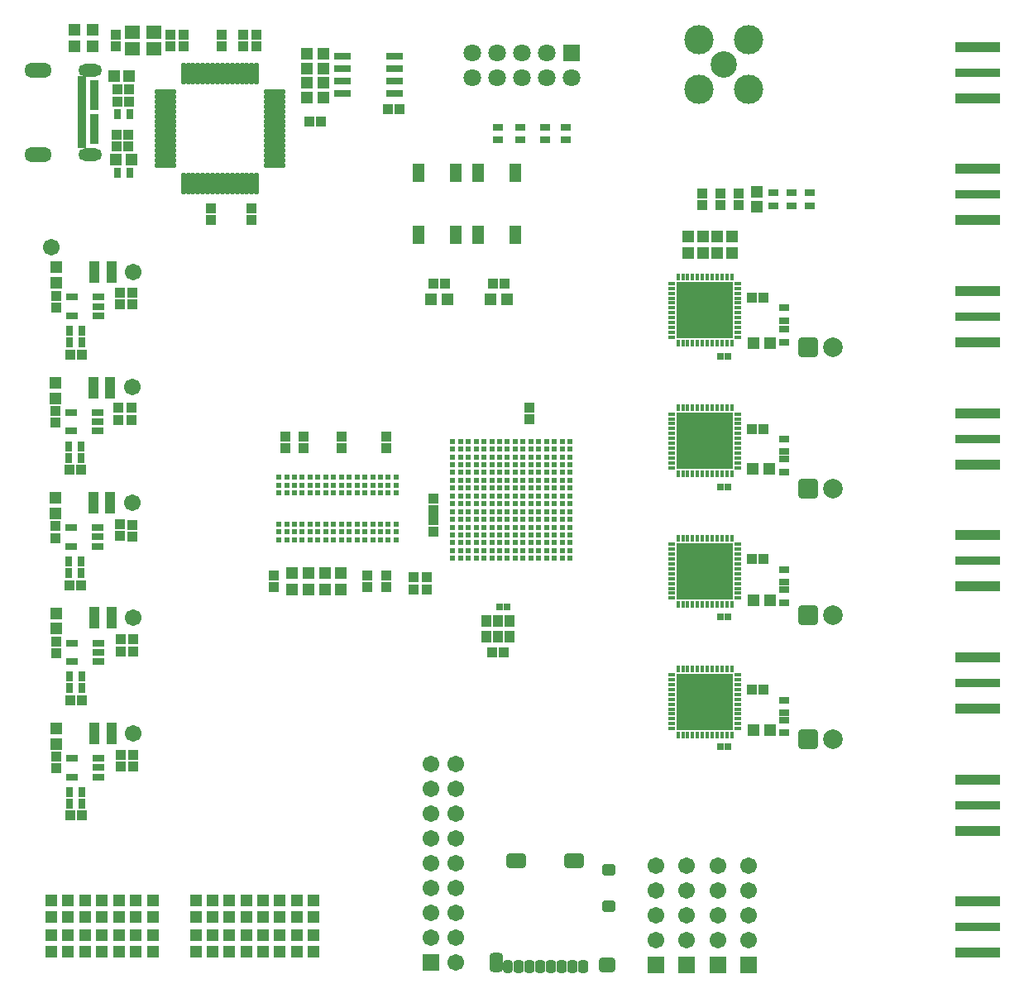
<source format=gts>
G04*
G04 #@! TF.GenerationSoftware,Altium Limited,Altium Designer,21.2.1 (34)*
G04*
G04 Layer_Color=8388736*
%FSLAX25Y25*%
%MOIN*%
G70*
G04*
G04 #@! TF.SameCoordinates,0D780EAB-B6EC-48A9-9064-61573679FFEB*
G04*
G04*
G04 #@! TF.FilePolarity,Negative*
G04*
G01*
G75*
%ADD44R,0.17953X0.03937*%
%ADD45R,0.17953X0.03347*%
%ADD51R,0.03950X0.04737*%
%ADD52R,0.04737X0.05131*%
%ADD53R,0.03556X0.01981*%
%ADD54R,0.03556X0.04737*%
%ADD55R,0.04343X0.03950*%
%ADD56R,0.03950X0.03162*%
%ADD57R,0.03950X0.04343*%
%ADD58R,0.04501X0.04816*%
%ADD59R,0.03162X0.03950*%
%ADD60O,0.01981X0.09068*%
%ADD61O,0.09068X0.01981*%
%ADD62R,0.05131X0.04737*%
%ADD63R,0.06706X0.03162*%
%ADD64R,0.06312X0.05524*%
%ADD65R,0.04737X0.07493*%
%ADD66R,0.02769X0.02572*%
%ADD67R,0.22847X0.22847*%
%ADD68R,0.03162X0.01745*%
%ADD69R,0.01745X0.03162*%
G04:AMPARAMS|DCode=70|XSize=82.8mil|YSize=61.15mil|CornerRadius=17.29mil|HoleSize=0mil|Usage=FLASHONLY|Rotation=0.000|XOffset=0mil|YOffset=0mil|HoleType=Round|Shape=RoundedRectangle|*
%AMROUNDEDRECTD70*
21,1,0.08280,0.02657,0,0,0.0*
21,1,0.04823,0.06115,0,0,0.0*
1,1,0.03458,0.02411,-0.01329*
1,1,0.03458,-0.02411,-0.01329*
1,1,0.03458,-0.02411,0.01329*
1,1,0.03458,0.02411,0.01329*
%
%ADD70ROUNDEDRECTD70*%
G04:AMPARAMS|DCode=71|XSize=41.47mil|YSize=51.31mil|CornerRadius=12.37mil|HoleSize=0mil|Usage=FLASHONLY|Rotation=0.000|XOffset=0mil|YOffset=0mil|HoleType=Round|Shape=RoundedRectangle|*
%AMROUNDEDRECTD71*
21,1,0.04147,0.02657,0,0,0.0*
21,1,0.01673,0.05131,0,0,0.0*
1,1,0.02473,0.00837,-0.01329*
1,1,0.02473,-0.00837,-0.01329*
1,1,0.02473,-0.00837,0.01329*
1,1,0.02473,0.00837,0.01329*
%
%ADD71ROUNDEDRECTD71*%
G04:AMPARAMS|DCode=72|XSize=37.53mil|YSize=51.31mil|CornerRadius=11.38mil|HoleSize=0mil|Usage=FLASHONLY|Rotation=0.000|XOffset=0mil|YOffset=0mil|HoleType=Round|Shape=RoundedRectangle|*
%AMROUNDEDRECTD72*
21,1,0.03753,0.02854,0,0,0.0*
21,1,0.01476,0.05131,0,0,0.0*
1,1,0.02276,0.00738,-0.01427*
1,1,0.02276,-0.00738,-0.01427*
1,1,0.02276,-0.00738,0.01427*
1,1,0.02276,0.00738,0.01427*
%
%ADD72ROUNDEDRECTD72*%
G04:AMPARAMS|DCode=73|XSize=69.02mil|YSize=61.15mil|CornerRadius=17.29mil|HoleSize=0mil|Usage=FLASHONLY|Rotation=0.000|XOffset=0mil|YOffset=0mil|HoleType=Round|Shape=RoundedRectangle|*
%AMROUNDEDRECTD73*
21,1,0.06902,0.02657,0,0,0.0*
21,1,0.03445,0.06115,0,0,0.0*
1,1,0.03458,0.01722,-0.01329*
1,1,0.03458,-0.01722,-0.01329*
1,1,0.03458,-0.01722,0.01329*
1,1,0.03458,0.01722,0.01329*
%
%ADD73ROUNDEDRECTD73*%
G04:AMPARAMS|DCode=74|XSize=54.06mil|YSize=78.87mil|CornerRadius=15.52mil|HoleSize=0mil|Usage=FLASHONLY|Rotation=0.000|XOffset=0mil|YOffset=0mil|HoleType=Round|Shape=RoundedRectangle|*
%AMROUNDEDRECTD74*
21,1,0.05406,0.04783,0,0,0.0*
21,1,0.02303,0.07887,0,0,0.0*
1,1,0.03103,0.01152,-0.02392*
1,1,0.03103,-0.01152,-0.02392*
1,1,0.03103,-0.01152,0.02392*
1,1,0.03103,0.01152,0.02392*
%
%ADD74ROUNDEDRECTD74*%
G04:AMPARAMS|DCode=75|XSize=55.24mil|YSize=47.37mil|CornerRadius=13.84mil|HoleSize=0mil|Usage=FLASHONLY|Rotation=0.000|XOffset=0mil|YOffset=0mil|HoleType=Round|Shape=RoundedRectangle|*
%AMROUNDEDRECTD75*
21,1,0.05524,0.01968,0,0,0.0*
21,1,0.02756,0.04737,0,0,0.0*
1,1,0.02769,0.01378,-0.00984*
1,1,0.02769,-0.01378,-0.00984*
1,1,0.02769,-0.01378,0.00984*
1,1,0.02769,0.01378,0.00984*
%
%ADD75ROUNDEDRECTD75*%
%ADD76R,0.04816X0.04501*%
%ADD77R,0.04528X0.02953*%
%ADD78R,0.04343X0.09068*%
%ADD79C,0.02414*%
%ADD80C,0.02375*%
%ADD81O,0.09461X0.05131*%
%ADD82O,0.11036X0.05918*%
%ADD83C,0.06706*%
%ADD84R,0.06706X0.06706*%
%ADD85C,0.11824*%
%ADD86C,0.10642*%
G04:AMPARAMS|DCode=87|XSize=78.87mil|YSize=78.87mil|CornerRadius=12.86mil|HoleSize=0mil|Usage=FLASHONLY|Rotation=0.000|XOffset=0mil|YOffset=0mil|HoleType=Round|Shape=RoundedRectangle|*
%AMROUNDEDRECTD87*
21,1,0.07887,0.05315,0,0,0.0*
21,1,0.05315,0.07887,0,0,0.0*
1,1,0.02572,0.02657,-0.02657*
1,1,0.02572,-0.02657,-0.02657*
1,1,0.02572,-0.02657,0.02657*
1,1,0.02572,0.02657,0.02657*
%
%ADD87ROUNDEDRECTD87*%
%ADD88C,0.07887*%
%ADD89C,0.07099*%
%ADD90R,0.07099X0.07099*%
%ADD91C,0.02769*%
D44*
X384724Y309567D02*
D03*
Y330197D02*
D03*
Y358780D02*
D03*
Y379410D02*
D03*
Y211142D02*
D03*
Y231772D02*
D03*
Y260354D02*
D03*
Y280984D02*
D03*
Y112716D02*
D03*
Y133346D02*
D03*
Y161929D02*
D03*
Y182559D02*
D03*
Y14291D02*
D03*
Y34921D02*
D03*
Y63504D02*
D03*
Y84134D02*
D03*
D45*
Y319882D02*
D03*
Y369094D02*
D03*
Y221457D02*
D03*
Y270669D02*
D03*
Y123031D02*
D03*
Y172244D02*
D03*
Y24606D02*
D03*
Y73819D02*
D03*
D51*
X196063Y141732D02*
D03*
Y148031D02*
D03*
X186614D02*
D03*
Y141732D02*
D03*
X191339Y148031D02*
D03*
Y141732D02*
D03*
D52*
X20866Y379724D02*
D03*
Y386417D02*
D03*
X27953Y379724D02*
D03*
Y386417D02*
D03*
X11300Y28554D02*
D03*
Y35246D02*
D03*
X18133Y28554D02*
D03*
Y35246D02*
D03*
X24967Y28554D02*
D03*
Y35246D02*
D03*
X31800Y28554D02*
D03*
Y35246D02*
D03*
X38633Y28554D02*
D03*
Y35246D02*
D03*
X45467Y28554D02*
D03*
Y35246D02*
D03*
X52300Y28554D02*
D03*
Y35246D02*
D03*
X69661Y28701D02*
D03*
Y35394D02*
D03*
X76447Y28701D02*
D03*
Y35394D02*
D03*
X83233Y28701D02*
D03*
Y35394D02*
D03*
X90018Y28701D02*
D03*
Y35394D02*
D03*
X96804Y28701D02*
D03*
Y35394D02*
D03*
X103590Y28701D02*
D03*
Y35394D02*
D03*
X110376Y28701D02*
D03*
Y35394D02*
D03*
X117161Y28701D02*
D03*
Y35394D02*
D03*
X115085Y167347D02*
D03*
Y160653D02*
D03*
X128209Y160653D02*
D03*
Y167347D02*
D03*
X121647Y160653D02*
D03*
Y167347D02*
D03*
X108524Y167347D02*
D03*
Y160653D02*
D03*
X52300Y21246D02*
D03*
Y14554D02*
D03*
X45467Y21246D02*
D03*
Y14554D02*
D03*
X38633Y21246D02*
D03*
Y14554D02*
D03*
X31800Y21246D02*
D03*
Y14554D02*
D03*
X24967Y21246D02*
D03*
Y14554D02*
D03*
X18133Y21246D02*
D03*
Y14554D02*
D03*
X11300Y21246D02*
D03*
Y14554D02*
D03*
X117161Y21240D02*
D03*
Y14547D02*
D03*
X110376Y21240D02*
D03*
Y14547D02*
D03*
X103590Y21240D02*
D03*
Y14547D02*
D03*
X96804Y21240D02*
D03*
Y14547D02*
D03*
X90018Y21240D02*
D03*
Y14547D02*
D03*
X83233Y21240D02*
D03*
Y14547D02*
D03*
X76447Y21240D02*
D03*
Y14547D02*
D03*
X69661Y21240D02*
D03*
Y14547D02*
D03*
X274016Y296260D02*
D03*
Y302953D02*
D03*
X279921Y296260D02*
D03*
Y302953D02*
D03*
X285827Y296260D02*
D03*
Y302953D02*
D03*
X268100Y302946D02*
D03*
Y296253D02*
D03*
D53*
X28842Y364961D02*
D03*
Y362992D02*
D03*
Y361024D02*
D03*
Y359055D02*
D03*
Y357087D02*
D03*
Y355118D02*
D03*
Y351181D02*
D03*
Y349213D02*
D03*
Y347244D02*
D03*
Y345276D02*
D03*
Y343307D02*
D03*
Y341339D02*
D03*
X23724Y344291D02*
D03*
Y346260D02*
D03*
Y348228D02*
D03*
Y350197D02*
D03*
Y352165D02*
D03*
Y354134D02*
D03*
Y356102D02*
D03*
Y358071D02*
D03*
Y360039D02*
D03*
Y362008D02*
D03*
D54*
Y340945D02*
D03*
Y365354D02*
D03*
D55*
X288332Y315638D02*
D03*
Y320362D02*
D03*
X281116Y315638D02*
D03*
Y320362D02*
D03*
X273900Y315638D02*
D03*
Y320362D02*
D03*
X75700Y314462D02*
D03*
Y309738D02*
D03*
X92216Y314462D02*
D03*
Y309738D02*
D03*
X204200Y234062D02*
D03*
Y229338D02*
D03*
X162700Y165562D02*
D03*
Y160838D02*
D03*
X157500Y165562D02*
D03*
Y160838D02*
D03*
X165378Y188662D02*
D03*
Y183938D02*
D03*
Y192538D02*
D03*
Y197262D02*
D03*
X64657Y379638D02*
D03*
Y384362D02*
D03*
X94185Y379638D02*
D03*
Y384362D02*
D03*
X37306Y379574D02*
D03*
Y384298D02*
D03*
X59300Y384298D02*
D03*
Y379574D02*
D03*
X146457Y166362D02*
D03*
Y161638D02*
D03*
X138714Y166362D02*
D03*
Y161638D02*
D03*
X101000Y166362D02*
D03*
Y161638D02*
D03*
X146457Y217638D02*
D03*
Y222362D02*
D03*
X112992Y217638D02*
D03*
Y222362D02*
D03*
X105905Y217638D02*
D03*
Y222362D02*
D03*
X128600Y217638D02*
D03*
Y222362D02*
D03*
X88700Y384362D02*
D03*
Y379638D02*
D03*
X80000Y384362D02*
D03*
Y379638D02*
D03*
X44177Y182109D02*
D03*
Y186833D02*
D03*
X38986Y182175D02*
D03*
Y186899D02*
D03*
X12992Y181496D02*
D03*
Y186221D02*
D03*
X44475Y89284D02*
D03*
Y94008D02*
D03*
X44488Y135827D02*
D03*
Y140551D02*
D03*
X43701Y229134D02*
D03*
Y233858D02*
D03*
X44094Y275591D02*
D03*
Y280315D02*
D03*
X13386Y279134D02*
D03*
Y274410D02*
D03*
X38976Y275591D02*
D03*
Y280315D02*
D03*
X38554Y229130D02*
D03*
Y233855D02*
D03*
X12992Y227953D02*
D03*
Y232677D02*
D03*
X39370Y135827D02*
D03*
Y140551D02*
D03*
X13386Y135039D02*
D03*
Y139764D02*
D03*
X39370Y89265D02*
D03*
Y93990D02*
D03*
X13315Y88619D02*
D03*
Y93344D02*
D03*
D56*
X306693Y208141D02*
D03*
Y213259D02*
D03*
Y216241D02*
D03*
Y221359D02*
D03*
X302568Y320559D02*
D03*
Y315441D02*
D03*
X309784D02*
D03*
Y320559D02*
D03*
X317000D02*
D03*
Y315441D02*
D03*
X210611Y347159D02*
D03*
Y342041D02*
D03*
X306693Y260433D02*
D03*
Y265551D02*
D03*
Y269094D02*
D03*
Y274213D02*
D03*
X200567Y342041D02*
D03*
Y347159D02*
D03*
X191500Y342041D02*
D03*
Y347159D02*
D03*
X218700Y342041D02*
D03*
Y347159D02*
D03*
X306693Y107959D02*
D03*
Y102841D02*
D03*
Y116059D02*
D03*
Y110941D02*
D03*
Y160559D02*
D03*
Y155441D02*
D03*
Y168659D02*
D03*
Y163541D02*
D03*
D57*
X188976Y135433D02*
D03*
X193701D02*
D03*
X115292Y349500D02*
D03*
X120017D02*
D03*
X42520Y344094D02*
D03*
X37795D02*
D03*
X42520Y339370D02*
D03*
X37795D02*
D03*
X147038Y354400D02*
D03*
X151762D02*
D03*
X38189Y357480D02*
D03*
X42913D02*
D03*
X38189Y362205D02*
D03*
X42913D02*
D03*
X189370Y283858D02*
D03*
X194095D02*
D03*
X165354D02*
D03*
X170079D02*
D03*
X293838Y120300D02*
D03*
X298562D02*
D03*
X293838Y173100D02*
D03*
X298562D02*
D03*
X293838Y225400D02*
D03*
X298562D02*
D03*
X293838Y278200D02*
D03*
X298562D02*
D03*
X18763Y162282D02*
D03*
X23487D02*
D03*
X19063Y255318D02*
D03*
X23787D02*
D03*
X18701Y208864D02*
D03*
X23426D02*
D03*
X19079Y115958D02*
D03*
X23803D02*
D03*
X19078Y69519D02*
D03*
X23802D02*
D03*
D58*
X37441Y333858D02*
D03*
X43661D02*
D03*
X42874Y367717D02*
D03*
X36654D02*
D03*
D59*
X43110Y328740D02*
D03*
X37992D02*
D03*
X37992Y352362D02*
D03*
X43110D02*
D03*
X23425Y167323D02*
D03*
X18307D02*
D03*
X18307Y172047D02*
D03*
X23425D02*
D03*
X23425Y213779D02*
D03*
X18307D02*
D03*
X23819Y264961D02*
D03*
X18701D02*
D03*
X23819Y260236D02*
D03*
X18701D02*
D03*
X18307Y218504D02*
D03*
X23425D02*
D03*
X23819Y120866D02*
D03*
X18701D02*
D03*
X18701Y125591D02*
D03*
X23819D02*
D03*
X23819Y74410D02*
D03*
X18701D02*
D03*
X18701Y79134D02*
D03*
X23819D02*
D03*
D60*
X64657Y368595D02*
D03*
X66626D02*
D03*
X68594D02*
D03*
X70563D02*
D03*
X72531D02*
D03*
X74500D02*
D03*
X76468D02*
D03*
X78437D02*
D03*
X80405D02*
D03*
X82374D02*
D03*
X84342D02*
D03*
X86311D02*
D03*
X88279D02*
D03*
X90248D02*
D03*
X92216D02*
D03*
X94185D02*
D03*
Y324500D02*
D03*
X92216D02*
D03*
X90248D02*
D03*
X88279D02*
D03*
X86311D02*
D03*
X84342D02*
D03*
X82374D02*
D03*
X80405D02*
D03*
X78437D02*
D03*
X76468D02*
D03*
X74500D02*
D03*
X72531D02*
D03*
X70563D02*
D03*
X68594D02*
D03*
X66626D02*
D03*
X64657D02*
D03*
D61*
X101469Y361311D02*
D03*
Y359343D02*
D03*
Y357374D02*
D03*
Y355405D02*
D03*
Y353437D02*
D03*
Y351468D02*
D03*
Y349500D02*
D03*
Y347532D02*
D03*
Y345563D02*
D03*
Y343595D02*
D03*
Y341626D02*
D03*
Y339657D02*
D03*
Y337689D02*
D03*
Y335720D02*
D03*
Y333752D02*
D03*
Y331784D02*
D03*
X57374D02*
D03*
Y333752D02*
D03*
Y335720D02*
D03*
Y337689D02*
D03*
Y339657D02*
D03*
Y341626D02*
D03*
Y343595D02*
D03*
Y345563D02*
D03*
Y347532D02*
D03*
Y349500D02*
D03*
Y351468D02*
D03*
Y353437D02*
D03*
Y355405D02*
D03*
Y357374D02*
D03*
Y359343D02*
D03*
Y361311D02*
D03*
D62*
X114308Y358953D02*
D03*
X121001D02*
D03*
X114308Y370765D02*
D03*
X121001D02*
D03*
X114308Y364859D02*
D03*
X121001D02*
D03*
X114308Y376670D02*
D03*
X121001D02*
D03*
X171063Y277559D02*
D03*
X164370D02*
D03*
X188386D02*
D03*
X195079D02*
D03*
X294454Y103900D02*
D03*
X301147D02*
D03*
X294354Y156400D02*
D03*
X301046D02*
D03*
X294153Y209300D02*
D03*
X300847D02*
D03*
X294291Y259842D02*
D03*
X300984D02*
D03*
D63*
X128678Y375509D02*
D03*
Y370509D02*
D03*
Y365509D02*
D03*
Y360509D02*
D03*
X149938Y375509D02*
D03*
Y370509D02*
D03*
Y365509D02*
D03*
Y360509D02*
D03*
D64*
X52731Y378554D02*
D03*
X44069D02*
D03*
Y385246D02*
D03*
X52731D02*
D03*
D65*
X183465Y328543D02*
D03*
X198425D02*
D03*
Y303740D02*
D03*
X183465D02*
D03*
X159449Y328543D02*
D03*
X174409D02*
D03*
Y303740D02*
D03*
X159449D02*
D03*
D66*
X284147Y97358D02*
D03*
X281195D02*
D03*
X284139Y149629D02*
D03*
X281186D02*
D03*
X284176Y201900D02*
D03*
X281224D02*
D03*
X284055Y254724D02*
D03*
X281102D02*
D03*
X195177Y153543D02*
D03*
X192224D02*
D03*
D67*
X274803Y273228D02*
D03*
Y115436D02*
D03*
Y168034D02*
D03*
Y220631D02*
D03*
D68*
X261417Y262402D02*
D03*
Y264370D02*
D03*
Y266339D02*
D03*
Y268307D02*
D03*
Y270276D02*
D03*
Y272244D02*
D03*
Y274213D02*
D03*
Y276181D02*
D03*
Y278150D02*
D03*
Y280118D02*
D03*
Y282087D02*
D03*
Y284055D02*
D03*
X288189D02*
D03*
Y282087D02*
D03*
Y280118D02*
D03*
Y278150D02*
D03*
Y276181D02*
D03*
Y274213D02*
D03*
Y272244D02*
D03*
Y270276D02*
D03*
Y268307D02*
D03*
Y266339D02*
D03*
Y264370D02*
D03*
Y262402D02*
D03*
Y104609D02*
D03*
Y106578D02*
D03*
Y108546D02*
D03*
Y110515D02*
D03*
Y112483D02*
D03*
Y114452D02*
D03*
Y116420D02*
D03*
Y118389D02*
D03*
Y120358D02*
D03*
Y122326D02*
D03*
Y124294D02*
D03*
Y126263D02*
D03*
X261417D02*
D03*
Y124294D02*
D03*
Y122326D02*
D03*
Y120358D02*
D03*
Y118389D02*
D03*
Y116420D02*
D03*
Y114452D02*
D03*
Y112483D02*
D03*
Y110515D02*
D03*
Y108546D02*
D03*
Y106578D02*
D03*
Y104609D02*
D03*
X288189Y157207D02*
D03*
Y159175D02*
D03*
Y161144D02*
D03*
Y163112D02*
D03*
Y165081D02*
D03*
Y167049D02*
D03*
Y169018D02*
D03*
Y170986D02*
D03*
Y172955D02*
D03*
Y174923D02*
D03*
Y176892D02*
D03*
Y178860D02*
D03*
X261417D02*
D03*
Y176892D02*
D03*
Y174923D02*
D03*
Y172955D02*
D03*
Y170986D02*
D03*
Y169018D02*
D03*
Y167049D02*
D03*
Y165081D02*
D03*
Y163112D02*
D03*
Y161144D02*
D03*
Y159175D02*
D03*
Y157207D02*
D03*
X288189Y209804D02*
D03*
Y211773D02*
D03*
Y213741D02*
D03*
Y215710D02*
D03*
Y217678D02*
D03*
Y219647D02*
D03*
Y221615D02*
D03*
Y223584D02*
D03*
Y225552D02*
D03*
Y227521D02*
D03*
Y229489D02*
D03*
Y231458D02*
D03*
X261417D02*
D03*
Y229489D02*
D03*
Y227521D02*
D03*
Y225552D02*
D03*
Y223584D02*
D03*
Y221615D02*
D03*
Y219647D02*
D03*
Y217678D02*
D03*
Y215710D02*
D03*
Y213741D02*
D03*
Y211773D02*
D03*
Y209804D02*
D03*
D69*
X263976Y286614D02*
D03*
X265945D02*
D03*
X267913D02*
D03*
X269882D02*
D03*
X271850D02*
D03*
X273819D02*
D03*
X275787D02*
D03*
X277756D02*
D03*
X279724D02*
D03*
X281693D02*
D03*
X283661D02*
D03*
X285630D02*
D03*
Y259842D02*
D03*
X283661D02*
D03*
X281693D02*
D03*
X279724D02*
D03*
X277756D02*
D03*
X275787D02*
D03*
X273819D02*
D03*
X271850D02*
D03*
X269882D02*
D03*
X267913D02*
D03*
X265945D02*
D03*
X263976D02*
D03*
Y102050D02*
D03*
X265945D02*
D03*
X267913D02*
D03*
X269882D02*
D03*
X271850D02*
D03*
X273819D02*
D03*
X275787D02*
D03*
X277756D02*
D03*
X279724D02*
D03*
X281693D02*
D03*
X283661D02*
D03*
X285630D02*
D03*
Y128822D02*
D03*
X283661D02*
D03*
X281693D02*
D03*
X279724D02*
D03*
X277756D02*
D03*
X275787D02*
D03*
X273819D02*
D03*
X271850D02*
D03*
X269882D02*
D03*
X267913D02*
D03*
X265945D02*
D03*
X263976D02*
D03*
Y154648D02*
D03*
X265945D02*
D03*
X267913D02*
D03*
X269882D02*
D03*
X271850D02*
D03*
X273819D02*
D03*
X275787D02*
D03*
X277756D02*
D03*
X279724D02*
D03*
X281693D02*
D03*
X283661D02*
D03*
X285630D02*
D03*
Y181419D02*
D03*
X283661D02*
D03*
X281693D02*
D03*
X279724D02*
D03*
X277756D02*
D03*
X275787D02*
D03*
X273819D02*
D03*
X271850D02*
D03*
X269882D02*
D03*
X267913D02*
D03*
X265945D02*
D03*
X263976D02*
D03*
Y207245D02*
D03*
X265945D02*
D03*
X267913D02*
D03*
X269882D02*
D03*
X271850D02*
D03*
X273819D02*
D03*
X275787D02*
D03*
X277756D02*
D03*
X279724D02*
D03*
X281693D02*
D03*
X283661D02*
D03*
X285630D02*
D03*
Y234017D02*
D03*
X283661D02*
D03*
X281693D02*
D03*
X279724D02*
D03*
X277756D02*
D03*
X275787D02*
D03*
X273819D02*
D03*
X271850D02*
D03*
X269882D02*
D03*
X267913D02*
D03*
X265945D02*
D03*
X263976D02*
D03*
D70*
X222256Y51418D02*
D03*
X198752D02*
D03*
D71*
X225661Y8800D02*
D03*
X221331D02*
D03*
X217000D02*
D03*
X212669D02*
D03*
X208339D02*
D03*
X204008D02*
D03*
X199677D02*
D03*
D72*
X195543D02*
D03*
D73*
X235347Y9292D02*
D03*
D74*
X190779Y10178D02*
D03*
D75*
X236035Y33013D02*
D03*
Y47580D02*
D03*
D76*
X295785Y314890D02*
D03*
Y321110D02*
D03*
X13386Y290512D02*
D03*
X12992Y191378D02*
D03*
Y197598D02*
D03*
X13386Y284291D02*
D03*
X12992Y237835D02*
D03*
Y244055D02*
D03*
X13386Y144921D02*
D03*
Y151142D02*
D03*
Y98465D02*
D03*
Y104685D02*
D03*
D77*
X19390Y178150D02*
D03*
Y185630D02*
D03*
X30217D02*
D03*
Y181890D02*
D03*
Y178150D02*
D03*
X30610Y271063D02*
D03*
Y274803D02*
D03*
Y278543D02*
D03*
X19783D02*
D03*
Y271063D02*
D03*
X19390Y224606D02*
D03*
Y232087D02*
D03*
X30217D02*
D03*
Y228346D02*
D03*
Y224606D02*
D03*
X19783Y131693D02*
D03*
Y139173D02*
D03*
X30610D02*
D03*
Y135433D02*
D03*
Y131693D02*
D03*
X19783Y85131D02*
D03*
Y92612D02*
D03*
X30610D02*
D03*
Y88872D02*
D03*
Y85131D02*
D03*
D78*
X35236Y195669D02*
D03*
X28543D02*
D03*
X28937Y102756D02*
D03*
X35630D02*
D03*
X28937Y288583D02*
D03*
X35630D02*
D03*
X35236Y242126D02*
D03*
X28543D02*
D03*
X35630Y149213D02*
D03*
X28937D02*
D03*
D79*
X103150Y180709D02*
D03*
X106299D02*
D03*
X109449D02*
D03*
X112598D02*
D03*
X115748D02*
D03*
X118898D02*
D03*
X122047D02*
D03*
X125197D02*
D03*
X128347D02*
D03*
X131496D02*
D03*
X134646D02*
D03*
X137795D02*
D03*
X140945D02*
D03*
X144095D02*
D03*
X147244D02*
D03*
X150394D02*
D03*
X103150Y183858D02*
D03*
X106299D02*
D03*
X109449D02*
D03*
X112598D02*
D03*
X115748D02*
D03*
X118898D02*
D03*
X122047D02*
D03*
X125197D02*
D03*
X128347D02*
D03*
X131496D02*
D03*
X134646D02*
D03*
X137795D02*
D03*
X140945D02*
D03*
X144095D02*
D03*
X147244D02*
D03*
X150394D02*
D03*
X103150Y187008D02*
D03*
X106299D02*
D03*
X109449D02*
D03*
X112598D02*
D03*
X115748D02*
D03*
X118898D02*
D03*
X122047D02*
D03*
X125197D02*
D03*
X128347D02*
D03*
X131496D02*
D03*
X134646D02*
D03*
X137795D02*
D03*
X140945D02*
D03*
X144095D02*
D03*
X147244D02*
D03*
X150394D02*
D03*
X103150Y199606D02*
D03*
X106299D02*
D03*
X109449D02*
D03*
X112598D02*
D03*
X115748D02*
D03*
X118898D02*
D03*
X122047D02*
D03*
X125197D02*
D03*
X128347D02*
D03*
X131496D02*
D03*
X134646D02*
D03*
X137795D02*
D03*
X140945D02*
D03*
X144095D02*
D03*
X147244D02*
D03*
X150394D02*
D03*
X103150Y202756D02*
D03*
X106299D02*
D03*
X109449D02*
D03*
X112598D02*
D03*
X115748D02*
D03*
X118898D02*
D03*
X122047D02*
D03*
X125197D02*
D03*
X128347D02*
D03*
X131496D02*
D03*
X134646D02*
D03*
X137795D02*
D03*
X140945D02*
D03*
X144095D02*
D03*
X147244D02*
D03*
X150394D02*
D03*
X103150Y205906D02*
D03*
X106299D02*
D03*
X109449D02*
D03*
X112598D02*
D03*
X115748D02*
D03*
X118898D02*
D03*
X122047D02*
D03*
X125197D02*
D03*
X128347D02*
D03*
X131496D02*
D03*
X134646D02*
D03*
X137795D02*
D03*
X140945D02*
D03*
X144095D02*
D03*
X147244D02*
D03*
X150394D02*
D03*
D80*
X173228Y220472D02*
D03*
X176378D02*
D03*
X179527D02*
D03*
X182677D02*
D03*
X185827D02*
D03*
X188976D02*
D03*
X192126D02*
D03*
X195276D02*
D03*
X198425D02*
D03*
X201575D02*
D03*
X204724D02*
D03*
X207874D02*
D03*
X211024D02*
D03*
X214173D02*
D03*
X217323D02*
D03*
X220472D02*
D03*
X173228Y217323D02*
D03*
X176378D02*
D03*
X179527D02*
D03*
X182677D02*
D03*
X185827D02*
D03*
X188976D02*
D03*
X192126D02*
D03*
X195276D02*
D03*
X198425D02*
D03*
X201575D02*
D03*
X204724D02*
D03*
X207874D02*
D03*
X211024D02*
D03*
X214173D02*
D03*
X217323D02*
D03*
X220472D02*
D03*
X173228Y214173D02*
D03*
X176378D02*
D03*
X179527D02*
D03*
X182677D02*
D03*
X185827D02*
D03*
X188976D02*
D03*
X192126D02*
D03*
X195276D02*
D03*
X198425D02*
D03*
X201575D02*
D03*
X204724D02*
D03*
X207874D02*
D03*
X211024D02*
D03*
X214173D02*
D03*
X217323D02*
D03*
X220472D02*
D03*
X173228Y211024D02*
D03*
X176378D02*
D03*
X179527D02*
D03*
X182677D02*
D03*
X185827D02*
D03*
X188976D02*
D03*
X192126D02*
D03*
X195276D02*
D03*
X198425D02*
D03*
X201575D02*
D03*
X204724D02*
D03*
X207874D02*
D03*
X211024D02*
D03*
X214173D02*
D03*
X217323D02*
D03*
X220472D02*
D03*
X173228Y207874D02*
D03*
X176378Y207874D02*
D03*
X179527Y207874D02*
D03*
X182677D02*
D03*
X185827D02*
D03*
X188976D02*
D03*
X192126D02*
D03*
X195276D02*
D03*
X198425D02*
D03*
X201575D02*
D03*
X204724D02*
D03*
X207874D02*
D03*
X211024D02*
D03*
X214173Y207874D02*
D03*
X217323D02*
D03*
X220472Y207874D02*
D03*
X173228Y204724D02*
D03*
X176378D02*
D03*
X179527D02*
D03*
X182677D02*
D03*
X185827D02*
D03*
X188976D02*
D03*
X192126D02*
D03*
X195276D02*
D03*
X198425D02*
D03*
X201575D02*
D03*
X204724D02*
D03*
X207874D02*
D03*
X211024D02*
D03*
X214173Y204724D02*
D03*
X217323Y204724D02*
D03*
X220472D02*
D03*
X173228Y201575D02*
D03*
X176378D02*
D03*
X179527D02*
D03*
X182677D02*
D03*
X185827D02*
D03*
X188976D02*
D03*
X192126D02*
D03*
X195276D02*
D03*
X198425D02*
D03*
X201575D02*
D03*
X204724D02*
D03*
X207874D02*
D03*
X211024D02*
D03*
X214173D02*
D03*
X217323D02*
D03*
X220472D02*
D03*
X173228Y198425D02*
D03*
X176378D02*
D03*
X179527D02*
D03*
X182677D02*
D03*
X185827D02*
D03*
X188976D02*
D03*
X192126D02*
D03*
X195276D02*
D03*
X198425D02*
D03*
X201575D02*
D03*
X204724D02*
D03*
X207874D02*
D03*
X211024D02*
D03*
X214173D02*
D03*
X217323D02*
D03*
X220472D02*
D03*
X173228Y195276D02*
D03*
X176378D02*
D03*
X179527D02*
D03*
X182677D02*
D03*
X185827D02*
D03*
X188976D02*
D03*
X192126D02*
D03*
X195276D02*
D03*
X198425D02*
D03*
X201575D02*
D03*
X204724D02*
D03*
X207874D02*
D03*
X211024D02*
D03*
X214173D02*
D03*
X217323D02*
D03*
X220472D02*
D03*
X173228Y192126D02*
D03*
X176378D02*
D03*
X179527D02*
D03*
X182677D02*
D03*
X185827D02*
D03*
X188976D02*
D03*
X192126D02*
D03*
X195276D02*
D03*
X198425D02*
D03*
X201575D02*
D03*
X204724D02*
D03*
X207874D02*
D03*
X211024D02*
D03*
X214173D02*
D03*
X217323D02*
D03*
X220472D02*
D03*
X173228Y188976D02*
D03*
X176378D02*
D03*
X179527D02*
D03*
X182677D02*
D03*
X185827D02*
D03*
X188976D02*
D03*
X192126D02*
D03*
X195276D02*
D03*
X198425D02*
D03*
X201575D02*
D03*
X204724D02*
D03*
X207874D02*
D03*
X211024D02*
D03*
X214173D02*
D03*
X217323D02*
D03*
X220472D02*
D03*
X173228Y185827D02*
D03*
X176378Y185827D02*
D03*
X179527Y185827D02*
D03*
X182677D02*
D03*
X185827D02*
D03*
X188976D02*
D03*
X192126D02*
D03*
X195276D02*
D03*
X198425D02*
D03*
X201575D02*
D03*
X204724D02*
D03*
X207874D02*
D03*
X211024D02*
D03*
X214173Y185827D02*
D03*
X217323D02*
D03*
X220472Y185827D02*
D03*
X173228Y182677D02*
D03*
X176378D02*
D03*
X179527D02*
D03*
X182677D02*
D03*
X185827D02*
D03*
X188976D02*
D03*
X192126D02*
D03*
X195276D02*
D03*
X198425D02*
D03*
X201575D02*
D03*
X204724D02*
D03*
X207874D02*
D03*
X211024D02*
D03*
X214173D02*
D03*
X217323D02*
D03*
X220472D02*
D03*
X173228Y179527D02*
D03*
X176378D02*
D03*
X179527D02*
D03*
X182677D02*
D03*
X185827D02*
D03*
X188976D02*
D03*
X192126D02*
D03*
X195276D02*
D03*
X198425D02*
D03*
X201575D02*
D03*
X204724D02*
D03*
X207874D02*
D03*
X211024D02*
D03*
X214173D02*
D03*
X217323D02*
D03*
X220472D02*
D03*
X173228Y176378D02*
D03*
X176378D02*
D03*
X179527D02*
D03*
X182677D02*
D03*
X185827D02*
D03*
X188976D02*
D03*
X192126D02*
D03*
X195276D02*
D03*
X198425D02*
D03*
X201575D02*
D03*
X204724D02*
D03*
X207874D02*
D03*
X211024D02*
D03*
X214173D02*
D03*
X217323D02*
D03*
X220472D02*
D03*
X173228Y173228D02*
D03*
X176378D02*
D03*
X179527D02*
D03*
X182677D02*
D03*
X185827D02*
D03*
X188976D02*
D03*
X192126D02*
D03*
X195276D02*
D03*
X198425D02*
D03*
X201575D02*
D03*
X204724D02*
D03*
X207874D02*
D03*
X211024D02*
D03*
X214173D02*
D03*
X217323D02*
D03*
X220472D02*
D03*
D81*
X27228Y370158D02*
D03*
Y336142D02*
D03*
D82*
X6126Y370158D02*
D03*
Y336142D02*
D03*
D83*
X292500Y49394D02*
D03*
Y39394D02*
D03*
Y29394D02*
D03*
Y19394D02*
D03*
X255000Y49394D02*
D03*
Y39394D02*
D03*
Y29394D02*
D03*
Y19394D02*
D03*
X280000Y49394D02*
D03*
Y39394D02*
D03*
Y29394D02*
D03*
Y19394D02*
D03*
X267500Y49394D02*
D03*
Y39394D02*
D03*
Y29394D02*
D03*
Y19394D02*
D03*
X174600Y10500D02*
D03*
X164600Y20500D02*
D03*
X174600D02*
D03*
X164600Y30500D02*
D03*
X174600D02*
D03*
Y60500D02*
D03*
X164600D02*
D03*
X174600Y50500D02*
D03*
X164600D02*
D03*
X174600Y40500D02*
D03*
X164600D02*
D03*
Y70500D02*
D03*
X174600D02*
D03*
Y90500D02*
D03*
X164600D02*
D03*
Y80500D02*
D03*
X174600D02*
D03*
X44094Y195669D02*
D03*
X11417Y298819D02*
D03*
X44488Y102756D02*
D03*
Y149213D02*
D03*
X44190Y242222D02*
D03*
X44488Y288583D02*
D03*
D84*
X292500Y9394D02*
D03*
X255000D02*
D03*
X280000D02*
D03*
X267500D02*
D03*
X164600Y10500D02*
D03*
D85*
X292500Y382500D02*
D03*
X272500D02*
D03*
X292500Y362500D02*
D03*
X272500D02*
D03*
D86*
X282500Y372500D02*
D03*
D87*
X316300Y100200D02*
D03*
Y150200D02*
D03*
Y201300D02*
D03*
Y258200D02*
D03*
D88*
X326300Y100200D02*
D03*
Y150200D02*
D03*
Y201300D02*
D03*
Y258200D02*
D03*
D89*
X181181Y366929D02*
D03*
X191181D02*
D03*
X181181Y376929D02*
D03*
X191181D02*
D03*
X201181Y366929D02*
D03*
Y376929D02*
D03*
X211181Y366929D02*
D03*
Y376929D02*
D03*
X221181Y366929D02*
D03*
D90*
Y376929D02*
D03*
D91*
X283465Y281890D02*
D03*
Y277559D02*
D03*
Y273228D02*
D03*
Y268898D02*
D03*
Y264567D02*
D03*
X279134Y281890D02*
D03*
Y277559D02*
D03*
Y273228D02*
D03*
Y268898D02*
D03*
Y264567D02*
D03*
X274803Y281890D02*
D03*
Y277559D02*
D03*
Y273228D02*
D03*
Y268898D02*
D03*
Y264567D02*
D03*
X270472Y281890D02*
D03*
Y277559D02*
D03*
Y273228D02*
D03*
Y268898D02*
D03*
Y264567D02*
D03*
X266142Y281890D02*
D03*
Y277559D02*
D03*
Y273228D02*
D03*
Y268898D02*
D03*
Y264567D02*
D03*
Y106775D02*
D03*
Y111106D02*
D03*
Y115436D02*
D03*
Y119767D02*
D03*
Y124098D02*
D03*
X270472Y106775D02*
D03*
Y111106D02*
D03*
Y115436D02*
D03*
Y119767D02*
D03*
Y124098D02*
D03*
X274803Y106775D02*
D03*
Y111106D02*
D03*
Y115436D02*
D03*
Y119767D02*
D03*
Y124098D02*
D03*
X279134Y106775D02*
D03*
Y111106D02*
D03*
Y115436D02*
D03*
Y119767D02*
D03*
Y124098D02*
D03*
X283465Y106775D02*
D03*
Y111106D02*
D03*
Y115436D02*
D03*
Y119767D02*
D03*
Y124098D02*
D03*
X266142Y159372D02*
D03*
Y163703D02*
D03*
Y168034D02*
D03*
Y172364D02*
D03*
Y176695D02*
D03*
X270472Y159372D02*
D03*
Y163703D02*
D03*
Y168034D02*
D03*
Y172364D02*
D03*
Y176695D02*
D03*
X274803Y159372D02*
D03*
Y163703D02*
D03*
Y168034D02*
D03*
Y172364D02*
D03*
Y176695D02*
D03*
X279134Y159372D02*
D03*
Y163703D02*
D03*
Y168034D02*
D03*
Y172364D02*
D03*
Y176695D02*
D03*
X283465Y159372D02*
D03*
Y163703D02*
D03*
Y168034D02*
D03*
Y172364D02*
D03*
Y176695D02*
D03*
X266142Y211970D02*
D03*
Y216300D02*
D03*
Y220631D02*
D03*
Y224962D02*
D03*
Y229292D02*
D03*
X270472Y211970D02*
D03*
Y216300D02*
D03*
Y220631D02*
D03*
Y224962D02*
D03*
Y229292D02*
D03*
X274803Y211970D02*
D03*
Y216300D02*
D03*
Y220631D02*
D03*
Y224962D02*
D03*
Y229292D02*
D03*
X279134Y211970D02*
D03*
Y216300D02*
D03*
Y220631D02*
D03*
Y224962D02*
D03*
Y229292D02*
D03*
X283465Y211970D02*
D03*
Y216300D02*
D03*
Y220631D02*
D03*
Y224962D02*
D03*
Y229292D02*
D03*
M02*

</source>
